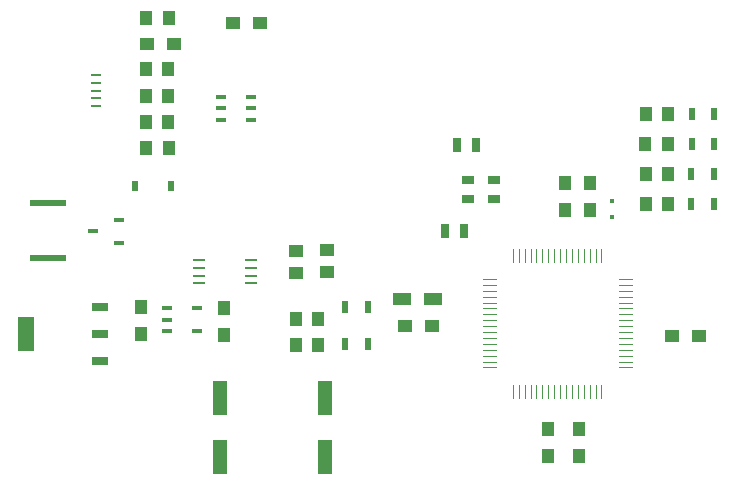
<source format=gtp>
G04 DesignSpark PCB Gerber Version 12.0 Build 5942*
%FSLAX35Y35*%
%MOMM*%
%ADD108R,0.00001X1.17500*%
%ADD102R,0.55000X0.90000*%
%ADD100R,0.60000X1.10000*%
%ADD110R,0.72000X1.17000*%
%ADD99R,0.99540X1.22400*%
%ADD98R,1.09700X1.22400*%
%ADD95R,1.30000X2.90000*%
%ADD97R,1.45000X2.90000*%
%ADD107R,1.17500X0.00001*%
%ADD105R,0.90000X0.15000*%
%ADD103R,1.10000X0.15000*%
%ADD101R,0.90000X0.30000*%
%ADD113R,0.40000X0.35000*%
%ADD106R,3.13000X0.55000*%
%ADD96R,1.45000X0.65000*%
%ADD109R,1.10000X0.80000*%
%ADD104R,1.22400X0.99540*%
%ADD112R,1.50000X1.00000*%
%ADD111R,1.22400X1.09700*%
X0Y0D02*
D02*
D95*
X44152050Y43779270D03*
Y44279270D03*
X45038050Y43782270D03*
Y44282270D03*
D02*
D96*
X43137050Y44592270D03*
Y44822270D03*
Y45052270D03*
D02*
D97*
X42507050Y44822270D03*
D02*
D98*
X43476050Y44824970D03*
Y45053570D03*
X44185550Y44810970D03*
Y45039570D03*
X46928050Y43791970D03*
Y44020570D03*
X47071050Y45870970D03*
Y46099570D03*
X47188050Y43790970D03*
Y44019570D03*
X47282050Y45872970D03*
Y46101570D03*
D02*
D99*
X43520800Y46620270D03*
Y46842270D03*
Y47064270D03*
X43523800Y46394270D03*
Y47495270D03*
X43711300Y46620270D03*
Y46842270D03*
Y47064270D03*
X43714300Y46394270D03*
Y47495270D03*
X44790300Y44727770D03*
Y44950270D03*
X44980800Y44727770D03*
Y44950270D03*
X47747800Y46432770D03*
X47752800Y46177770D03*
Y46682770D03*
X47755300Y45920270D03*
X47938300Y46432770D03*
X47943300Y46177770D03*
Y46682770D03*
X47945800Y45920270D03*
D02*
D100*
X45208050Y44740270D03*
Y45050270D03*
X45398050Y44740270D03*
Y45050270D03*
X48140550Y45920270D03*
X48140560Y46180270D03*
X48143050Y46432770D03*
Y46682770D03*
X48330550Y45920270D03*
X48330560Y46180270D03*
X48333050Y46432770D03*
Y46682770D03*
D02*
D101*
X43070050Y45692270D03*
X43290050Y45597270D03*
Y45787270D03*
X43702050Y44849270D03*
Y44944270D03*
Y45039270D03*
X43952050Y44849270D03*
Y45039270D03*
X44158050Y46637770D03*
Y46732770D03*
Y46827770D03*
X44408050Y46637770D03*
Y46732770D03*
Y46827770D03*
D02*
D102*
X43425550Y46080270D03*
X43730550D03*
D02*
D103*
X43975050Y45251770D03*
Y45316770D03*
Y45381770D03*
Y45446770D03*
X44415050Y45251770D03*
Y45316770D03*
Y45381770D03*
Y45446770D03*
D02*
D104*
X44792050Y45336020D03*
Y45526520D03*
X45051050Y45344020D03*
Y45534520D03*
D02*
D105*
X43100550Y46752770D03*
Y46817770D03*
Y46882770D03*
Y46947770D03*
Y47012770D03*
D02*
D106*
X42689050Y45469270D03*
Y45929270D03*
D02*
D107*
X46438250Y44531270D03*
Y44581270D03*
Y44631270D03*
Y44681270D03*
Y44731270D03*
Y44781270D03*
Y44831270D03*
Y44881270D03*
Y44931270D03*
Y44981270D03*
Y45031270D03*
Y45081270D03*
Y45131270D03*
Y45181270D03*
Y45231270D03*
Y45281270D03*
X47585850Y44531270D03*
Y44581270D03*
Y44631270D03*
Y44681270D03*
Y44731270D03*
Y44781270D03*
Y44831270D03*
Y44881270D03*
Y44931270D03*
Y44981270D03*
Y45031270D03*
Y45081270D03*
Y45131270D03*
Y45181270D03*
Y45231270D03*
Y45281270D03*
D02*
D108*
X46637050Y44332470D03*
Y45480070D03*
X46687050Y44332470D03*
Y45480070D03*
X46737050Y44332470D03*
Y45480070D03*
X46787050Y44332470D03*
Y45480070D03*
X46837050Y44332470D03*
Y45480070D03*
X46887050Y44332470D03*
Y45480070D03*
X46937050Y44332470D03*
Y45480070D03*
X46987050Y44332470D03*
Y45480070D03*
X47037050Y44332470D03*
Y45480070D03*
X47087050Y44332470D03*
Y45480070D03*
X47137050Y44332470D03*
Y45480070D03*
X47187050Y44332470D03*
Y45480070D03*
X47237050Y44332470D03*
Y45480070D03*
X47287050Y44332470D03*
Y45480070D03*
X47337050Y44332470D03*
Y45480070D03*
X47387050Y44332470D03*
Y45480070D03*
D02*
D109*
X46248050Y45963270D03*
Y46123270D03*
X46468050Y45963270D03*
Y46123270D03*
D02*
D110*
X46055550Y45692770D03*
X46158050Y46420270D03*
X46215550Y45692770D03*
X46318050Y46420270D03*
D02*
D111*
X43527750Y47279270D03*
X43756350D03*
X44261250Y47455270D03*
X44489850D03*
X45717750Y44890270D03*
X45946350D03*
X47976750Y44806270D03*
X48205350D03*
D02*
D112*
X45689050Y45116270D03*
X45949050D03*
D02*
D113*
X47464550Y45810270D03*
Y45945270D03*
X0Y0D02*
M02*

</source>
